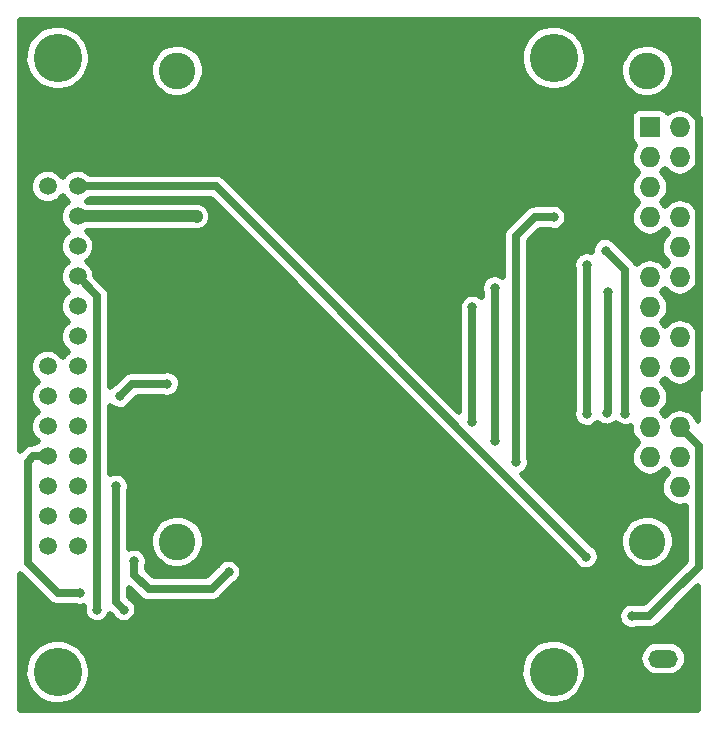
<source format=gbl>
G04 #@! TF.FileFunction,Copper,L2,Bot,Signal*
%FSLAX46Y46*%
G04 Gerber Fmt 4.6, Leading zero omitted, Abs format (unit mm)*
G04 Created by KiCad (PCBNEW 4.0.0-rc1-stable) date 21.10.2016 11:20:38*
%MOMM*%
G01*
G04 APERTURE LIST*
%ADD10C,0.100000*%
%ADD11C,3.100000*%
%ADD12R,1.727200X1.727200*%
%ADD13O,1.727200X1.727200*%
%ADD14C,1.506220*%
%ADD15C,4.100000*%
%ADD16O,2.500000X1.500000*%
%ADD17C,0.800000*%
%ADD18C,1.000000*%
%ADD19C,0.700000*%
%ADD20C,0.500000*%
G04 APERTURE END LIST*
D10*
D11*
X14150000Y-44955000D03*
X53940000Y-44955000D03*
X53940000Y-5075000D03*
D12*
X54160000Y-9875000D03*
D13*
X56700000Y-9875000D03*
X54160000Y-12415000D03*
X56700000Y-12415000D03*
X54160000Y-14955000D03*
X56700000Y-14955000D03*
X54160000Y-17495000D03*
X56700000Y-17495000D03*
X54160000Y-20035000D03*
X56700000Y-20035000D03*
X54160000Y-22575000D03*
X56700000Y-22575000D03*
X54160000Y-25115000D03*
X56700000Y-25115000D03*
X54160000Y-27655000D03*
X56700000Y-27655000D03*
X54160000Y-30195000D03*
X56700000Y-30195000D03*
X54160000Y-32735000D03*
X56700000Y-32735000D03*
X54160000Y-35275000D03*
X56700000Y-35275000D03*
X54160000Y-37815000D03*
X56700000Y-37815000D03*
X54160000Y-40355000D03*
X56700000Y-40355000D03*
D11*
X14150000Y-5075000D03*
D14*
X3150000Y-37730000D03*
X5690000Y-37730000D03*
X3150000Y-40270000D03*
X5690000Y-40270000D03*
X3150000Y-42810000D03*
X5690000Y-42810000D03*
X3150000Y-45350000D03*
X5690000Y-45350000D03*
X3150000Y-27580000D03*
X5690000Y-27580000D03*
X3150000Y-30120000D03*
X5690000Y-30120000D03*
X3150000Y-32660000D03*
X5690000Y-32660000D03*
X3150000Y-35200000D03*
X5690000Y-35200000D03*
D15*
X45990000Y-55980000D03*
X4000000Y-55990000D03*
X46000000Y-3990000D03*
D14*
X5690000Y-25040000D03*
X3150000Y-25040000D03*
X5690000Y-22500000D03*
X3150000Y-22500000D03*
X5690000Y-19960000D03*
X3150000Y-19960000D03*
X5690000Y-17420000D03*
X3150000Y-17420000D03*
X5690000Y-14880000D03*
X3150000Y-14880000D03*
D15*
X4000000Y-3990000D03*
D16*
X55275000Y-57390000D03*
X55275000Y-54850000D03*
D17*
X15775000Y-17425000D03*
X14125000Y-13225000D03*
X35175000Y-19400000D03*
X29525000Y-19400000D03*
X33050000Y-22800000D03*
X17750000Y-23525000D03*
X21050000Y-43250000D03*
X33900000Y-43250000D03*
X27325000Y-43250000D03*
X14775000Y-26375000D03*
X19975000Y-25425000D03*
X46000000Y-17500000D03*
X42825000Y-38225000D03*
X48825000Y-21525000D03*
X18475000Y-47550000D03*
X10475000Y-46625000D03*
X48825000Y-34175000D03*
X50400000Y-20300000D03*
X5925000Y-49300000D03*
X52075000Y-34100000D03*
X41000000Y-23450000D03*
X41000000Y-36400000D03*
X50625000Y-23850000D03*
X50475000Y-34050000D03*
X39125000Y-25125000D03*
X39125000Y-34825000D03*
X13300000Y-31600000D03*
X9265000Y-32660000D03*
X8950000Y-40275000D03*
X52600000Y-51275000D03*
X9600000Y-50700000D03*
X48750000Y-46225000D03*
X7350000Y-50700000D03*
D18*
X5690000Y-17420000D02*
X15770000Y-17420000D01*
X15770000Y-17420000D02*
X15775000Y-17425000D01*
D19*
X10800000Y-9675000D02*
X14125000Y-13000000D01*
X14125000Y-13000000D02*
X14125000Y-13225000D01*
X35175000Y-19400000D02*
X33050000Y-21525000D01*
X30650000Y-9675000D02*
X29525000Y-10800000D01*
X29525000Y-10800000D02*
X29525000Y-19400000D01*
X33050000Y-21525000D02*
X33050000Y-22800000D01*
X17625000Y-23525000D02*
X17750000Y-23525000D01*
X21050000Y-43250000D02*
X21050000Y-32650000D01*
X27325000Y-43250000D02*
X33900000Y-43250000D01*
X41050000Y-50400000D02*
X33900000Y-43250000D01*
X50775000Y-50400000D02*
X41050000Y-50400000D01*
X21050000Y-43250000D02*
X27325000Y-43250000D01*
X21050000Y-32650000D02*
X14775000Y-26375000D01*
X14775000Y-26375000D02*
X17625000Y-23525000D01*
D18*
X55275000Y-57390000D02*
X51590000Y-57390000D01*
X51590000Y-57390000D02*
X50775000Y-56575000D01*
X50775000Y-56575000D02*
X50775000Y-50400000D01*
X50775000Y-50400000D02*
X50775000Y-40355000D01*
D19*
X56700000Y-32735000D02*
X57565000Y-32735000D01*
X57565000Y-32735000D02*
X58300000Y-32000000D01*
X58300000Y-32000000D02*
X58300000Y-24450000D01*
X56700000Y-25115000D02*
X57635000Y-25115000D01*
X57635000Y-25115000D02*
X58300000Y-24450000D01*
X58300000Y-24450000D02*
X58300000Y-14200000D01*
D18*
X50075000Y-17975000D02*
X50025000Y-17975000D01*
X50025000Y-17975000D02*
X46750000Y-21250000D01*
X46750000Y-21250000D02*
X46750000Y-39075000D01*
X46750000Y-39075000D02*
X48030000Y-40355000D01*
X48030000Y-40355000D02*
X50775000Y-40355000D01*
X50775000Y-40355000D02*
X54160000Y-40355000D01*
X3150000Y-17420000D02*
X2145000Y-17420000D01*
X2145000Y-17420000D02*
X1325000Y-16600000D01*
X1325000Y-16600000D02*
X1325000Y-13975000D01*
X1325000Y-13975000D02*
X5625000Y-9675000D01*
X5625000Y-9675000D02*
X10800000Y-9675000D01*
X10800000Y-9675000D02*
X30650000Y-9675000D01*
X30650000Y-9675000D02*
X50075000Y-9675000D01*
X3150000Y-25040000D02*
X3150000Y-27580000D01*
X3150000Y-22500000D02*
X3150000Y-25040000D01*
X3150000Y-19960000D02*
X3150000Y-22500000D01*
X3150000Y-17420000D02*
X3150000Y-19960000D01*
D19*
X56700000Y-14955000D02*
X57545000Y-14955000D01*
X57545000Y-14955000D02*
X58300000Y-14200000D01*
X58300000Y-14200000D02*
X58300000Y-9175000D01*
X58300000Y-9175000D02*
X57300000Y-8175000D01*
X57300000Y-8175000D02*
X51575000Y-8175000D01*
X51575000Y-8175000D02*
X50075000Y-9675000D01*
X50075000Y-9675000D02*
X50075000Y-17975000D01*
X50075000Y-17975000D02*
X52135000Y-20035000D01*
X52135000Y-20035000D02*
X54160000Y-20035000D01*
X42825000Y-38225000D02*
X42825000Y-19075000D01*
X44400000Y-17500000D02*
X46000000Y-17500000D01*
X42825000Y-19075000D02*
X44400000Y-17500000D01*
X15700000Y-48975000D02*
X17050000Y-48975000D01*
X17050000Y-48975000D02*
X18475000Y-47550000D01*
X10475000Y-46625000D02*
X10475000Y-47750000D01*
X11700000Y-48975000D02*
X15700000Y-48975000D01*
X10475000Y-47750000D02*
X11700000Y-48975000D01*
X48825000Y-21525000D02*
X48825000Y-34175000D01*
X52075000Y-21975000D02*
X50400000Y-20300000D01*
X4000000Y-49300000D02*
X5925000Y-49300000D01*
X1920000Y-37730000D02*
X3150000Y-37730000D01*
X1920000Y-37730000D02*
X1475000Y-38175000D01*
X1475000Y-38175000D02*
X1475000Y-46775000D01*
X1475000Y-46775000D02*
X4000000Y-49300000D01*
X52075000Y-34100000D02*
X52075000Y-21975000D01*
X41000000Y-23450000D02*
X41000000Y-36400000D01*
X50625000Y-33900000D02*
X50625000Y-23850000D01*
X50475000Y-34050000D02*
X50625000Y-33900000D01*
X39125000Y-25125000D02*
X39125000Y-34825000D01*
X10325000Y-31600000D02*
X13300000Y-31600000D01*
X9265000Y-32660000D02*
X10325000Y-31600000D01*
X9265000Y-32660000D02*
X9275000Y-32650000D01*
X8950000Y-50050000D02*
X8950000Y-40275000D01*
X54100000Y-51275000D02*
X52600000Y-51275000D01*
X55975000Y-49400000D02*
X54100000Y-51275000D01*
X56700000Y-35275000D02*
X58300000Y-36875000D01*
X58300000Y-36875000D02*
X58300000Y-47075000D01*
X58300000Y-47075000D02*
X55975000Y-49400000D01*
X9600000Y-50700000D02*
X8950000Y-50050000D01*
X48750000Y-46225000D02*
X17405000Y-14880000D01*
X17405000Y-14880000D02*
X16005000Y-14880000D01*
X5690000Y-14880000D02*
X16005000Y-14880000D01*
X7350000Y-46950000D02*
X7350000Y-50700000D01*
X5690000Y-22500000D02*
X7350000Y-24160000D01*
X7350000Y-24160000D02*
X7350000Y-46950000D01*
D20*
G36*
X58225000Y-9362105D02*
X58191847Y-9252297D01*
X58044002Y-8974239D01*
X57844963Y-8730194D01*
X57602314Y-8529457D01*
X57325295Y-8379674D01*
X57024459Y-8286549D01*
X56711265Y-8253631D01*
X56397642Y-8282173D01*
X56095535Y-8371088D01*
X55816452Y-8516989D01*
X55669318Y-8635288D01*
X55588285Y-8512315D01*
X55426887Y-8374757D01*
X55233556Y-8287609D01*
X55023600Y-8257772D01*
X53296400Y-8257772D01*
X53176965Y-8267296D01*
X52974392Y-8330030D01*
X52797315Y-8446715D01*
X52659757Y-8608113D01*
X52572609Y-8801444D01*
X52542772Y-9011400D01*
X52542772Y-10738600D01*
X52552296Y-10858035D01*
X52615030Y-11060608D01*
X52731715Y-11237685D01*
X52893113Y-11375243D01*
X52919554Y-11387162D01*
X52828597Y-11495561D01*
X52676883Y-11771527D01*
X52581661Y-12071706D01*
X52546557Y-12384663D01*
X52546400Y-12407192D01*
X52546400Y-12422808D01*
X52577131Y-12736225D01*
X52668153Y-13037703D01*
X52815998Y-13315761D01*
X53015037Y-13559806D01*
X53166675Y-13685252D01*
X53031023Y-13794319D01*
X52828597Y-14035561D01*
X52676883Y-14311527D01*
X52581661Y-14611706D01*
X52546557Y-14924663D01*
X52546400Y-14947192D01*
X52546400Y-14962808D01*
X52577131Y-15276225D01*
X52668153Y-15577703D01*
X52815998Y-15855761D01*
X53015037Y-16099806D01*
X53166675Y-16225252D01*
X53031023Y-16334319D01*
X52828597Y-16575561D01*
X52676883Y-16851527D01*
X52581661Y-17151706D01*
X52546557Y-17464663D01*
X52546400Y-17487192D01*
X52546400Y-17502808D01*
X52577131Y-17816225D01*
X52668153Y-18117703D01*
X52815998Y-18395761D01*
X53015037Y-18639806D01*
X53257686Y-18840543D01*
X53534705Y-18990326D01*
X53835541Y-19083451D01*
X54148735Y-19116369D01*
X54462358Y-19087827D01*
X54764465Y-18998912D01*
X55043548Y-18853011D01*
X55288977Y-18655681D01*
X55430463Y-18487064D01*
X55555037Y-18639806D01*
X55706675Y-18765252D01*
X55571023Y-18874319D01*
X55368597Y-19115561D01*
X55216883Y-19391527D01*
X55121661Y-19691706D01*
X55086557Y-20004663D01*
X55086400Y-20027192D01*
X55086400Y-20042808D01*
X55117131Y-20356225D01*
X55208153Y-20657703D01*
X55355998Y-20935761D01*
X55555037Y-21179806D01*
X55706675Y-21305252D01*
X55571023Y-21414319D01*
X55429537Y-21582936D01*
X55304963Y-21430194D01*
X55062314Y-21229457D01*
X54785295Y-21079674D01*
X54484459Y-20986549D01*
X54171265Y-20953631D01*
X53857642Y-20982173D01*
X53555535Y-21071088D01*
X53276452Y-21216989D01*
X53031023Y-21414319D01*
X53022635Y-21424315D01*
X52997538Y-21375898D01*
X52993929Y-21371377D01*
X52991213Y-21366269D01*
X52926993Y-21287528D01*
X52863602Y-21208118D01*
X52855664Y-21200069D01*
X52855528Y-21199902D01*
X52855373Y-21199774D01*
X52852818Y-21197183D01*
X51425331Y-19769697D01*
X51420302Y-19757496D01*
X51295498Y-19569650D01*
X51136584Y-19409623D01*
X50949614Y-19283510D01*
X50741710Y-19196115D01*
X50520789Y-19150766D01*
X50295268Y-19149192D01*
X50073736Y-19191451D01*
X49864632Y-19275935D01*
X49675919Y-19399425D01*
X49514787Y-19557218D01*
X49387372Y-19743303D01*
X49298527Y-19950592D01*
X49251638Y-20171191D01*
X49248489Y-20396695D01*
X49260182Y-20460407D01*
X49166710Y-20421115D01*
X48945789Y-20375766D01*
X48720268Y-20374192D01*
X48498736Y-20416451D01*
X48289632Y-20500935D01*
X48100919Y-20624425D01*
X47939787Y-20782218D01*
X47812372Y-20968303D01*
X47723527Y-21175592D01*
X47676638Y-21396191D01*
X47673489Y-21621695D01*
X47714201Y-21843517D01*
X47725000Y-21870792D01*
X47725000Y-33822155D01*
X47723527Y-33825592D01*
X47676638Y-34046191D01*
X47673489Y-34271695D01*
X47714201Y-34493517D01*
X47797222Y-34703206D01*
X47919392Y-34892776D01*
X48076056Y-35055006D01*
X48261247Y-35183717D01*
X48467911Y-35274007D01*
X48688177Y-35322435D01*
X48913654Y-35327158D01*
X49135754Y-35287996D01*
X49346018Y-35206440D01*
X49536436Y-35085597D01*
X49699756Y-34930069D01*
X49710884Y-34914295D01*
X49726056Y-34930006D01*
X49911247Y-35058717D01*
X50117911Y-35149007D01*
X50338177Y-35197435D01*
X50563654Y-35202158D01*
X50785754Y-35162996D01*
X50996018Y-35081440D01*
X51186436Y-34960597D01*
X51249405Y-34900632D01*
X51326056Y-34980006D01*
X51511247Y-35108717D01*
X51717911Y-35199007D01*
X51938177Y-35247435D01*
X52163654Y-35252158D01*
X52385754Y-35212996D01*
X52557585Y-35146347D01*
X52546557Y-35244663D01*
X52546400Y-35267192D01*
X52546400Y-35282808D01*
X52577131Y-35596225D01*
X52668153Y-35897703D01*
X52815998Y-36175761D01*
X53015037Y-36419806D01*
X53166675Y-36545252D01*
X53031023Y-36654319D01*
X52828597Y-36895561D01*
X52676883Y-37171527D01*
X52581661Y-37471706D01*
X52546557Y-37784663D01*
X52546400Y-37807192D01*
X52546400Y-37822808D01*
X52577131Y-38136225D01*
X52668153Y-38437703D01*
X52815998Y-38715761D01*
X53015037Y-38959806D01*
X53257686Y-39160543D01*
X53534705Y-39310326D01*
X53835541Y-39403451D01*
X54148735Y-39436369D01*
X54462358Y-39407827D01*
X54764465Y-39318912D01*
X55043548Y-39173011D01*
X55288977Y-38975681D01*
X55430463Y-38807064D01*
X55555037Y-38959806D01*
X55706675Y-39085252D01*
X55571023Y-39194319D01*
X55368597Y-39435561D01*
X55216883Y-39711527D01*
X55121661Y-40011706D01*
X55086557Y-40324663D01*
X55086400Y-40347192D01*
X55086400Y-40362808D01*
X55117131Y-40676225D01*
X55208153Y-40977703D01*
X55355998Y-41255761D01*
X55555037Y-41499806D01*
X55797686Y-41700543D01*
X56074705Y-41850326D01*
X56375541Y-41943451D01*
X56688735Y-41976369D01*
X57002358Y-41947827D01*
X57200000Y-41889658D01*
X57200000Y-46619365D01*
X55197254Y-48622112D01*
X55197182Y-48622183D01*
X53644366Y-50175000D01*
X52950952Y-50175000D01*
X52941710Y-50171115D01*
X52720789Y-50125766D01*
X52495268Y-50124192D01*
X52273736Y-50166451D01*
X52064632Y-50250935D01*
X51875919Y-50374425D01*
X51714787Y-50532218D01*
X51587372Y-50718303D01*
X51498527Y-50925592D01*
X51451638Y-51146191D01*
X51448489Y-51371695D01*
X51489201Y-51593517D01*
X51572222Y-51803206D01*
X51694392Y-51992776D01*
X51851056Y-52155006D01*
X52036247Y-52283717D01*
X52242911Y-52374007D01*
X52463177Y-52422435D01*
X52688654Y-52427158D01*
X52910754Y-52387996D01*
X52944260Y-52375000D01*
X54100000Y-52375000D01*
X54201122Y-52365085D01*
X54302346Y-52356229D01*
X54307899Y-52354616D01*
X54313658Y-52354051D01*
X54410973Y-52324670D01*
X54508505Y-52296334D01*
X54513638Y-52293673D01*
X54519177Y-52292001D01*
X54608922Y-52244283D01*
X54699103Y-52197537D01*
X54703622Y-52193929D01*
X54708731Y-52191213D01*
X54787478Y-52126989D01*
X54866882Y-52063602D01*
X54874926Y-52055668D01*
X54875098Y-52055528D01*
X54875230Y-52055369D01*
X54877817Y-52052817D01*
X56752817Y-50177818D01*
X56752822Y-50177812D01*
X58225000Y-48705635D01*
X58225000Y-59175000D01*
X825000Y-59175000D01*
X825000Y-56225432D01*
X1196320Y-56225432D01*
X1295444Y-56765519D01*
X1497584Y-57276067D01*
X1795041Y-57737629D01*
X2176484Y-58132625D01*
X2627383Y-58446008D01*
X3130566Y-58665843D01*
X3666865Y-58783756D01*
X4215853Y-58795256D01*
X4756619Y-58699904D01*
X5268566Y-58501333D01*
X5732193Y-58207106D01*
X6129842Y-57828430D01*
X6446366Y-57379729D01*
X6669708Y-56878094D01*
X6791362Y-56342631D01*
X6793138Y-56215432D01*
X43186320Y-56215432D01*
X43285444Y-56755519D01*
X43487584Y-57266067D01*
X43785041Y-57727629D01*
X44166484Y-58122625D01*
X44617383Y-58436008D01*
X45120566Y-58655843D01*
X45656865Y-58773756D01*
X46205853Y-58785256D01*
X46746619Y-58689904D01*
X47258566Y-58491333D01*
X47722193Y-58197106D01*
X48119842Y-57818430D01*
X48436366Y-57369729D01*
X48659708Y-56868094D01*
X48781362Y-56332631D01*
X48790120Y-55705446D01*
X48683464Y-55166795D01*
X48548575Y-54839528D01*
X53265360Y-54839528D01*
X53291892Y-55131072D01*
X53374547Y-55411910D01*
X53510177Y-55671345D01*
X53693614Y-55899495D01*
X53917872Y-56087670D01*
X54174410Y-56228703D01*
X54453455Y-56317221D01*
X54744380Y-56349854D01*
X54765323Y-56350000D01*
X55784677Y-56350000D01*
X56076029Y-56321433D01*
X56356283Y-56236819D01*
X56614764Y-56099382D01*
X56841628Y-55914356D01*
X57028233Y-55688789D01*
X57167472Y-55431273D01*
X57254040Y-55151617D01*
X57284640Y-54860472D01*
X57258108Y-54568928D01*
X57175453Y-54288090D01*
X57039823Y-54028655D01*
X56856386Y-53800505D01*
X56632128Y-53612330D01*
X56375590Y-53471297D01*
X56096545Y-53382779D01*
X55805620Y-53350146D01*
X55784677Y-53350000D01*
X54765323Y-53350000D01*
X54473971Y-53378567D01*
X54193717Y-53463181D01*
X53935236Y-53600618D01*
X53708372Y-53785644D01*
X53521767Y-54011211D01*
X53382528Y-54268727D01*
X53295960Y-54548383D01*
X53265360Y-54839528D01*
X48548575Y-54839528D01*
X48474215Y-54659119D01*
X48170344Y-54201755D01*
X47783423Y-53812124D01*
X47328192Y-53505067D01*
X46821989Y-53292278D01*
X46284096Y-53181865D01*
X45735001Y-53178031D01*
X45195619Y-53280924D01*
X44686494Y-53486624D01*
X44227020Y-53787295D01*
X43834697Y-54171486D01*
X43524469Y-54624563D01*
X43308152Y-55129268D01*
X43193986Y-55666377D01*
X43186320Y-56215432D01*
X6793138Y-56215432D01*
X6800120Y-55715446D01*
X6693464Y-55176795D01*
X6484215Y-54669119D01*
X6180344Y-54211755D01*
X5793423Y-53822124D01*
X5338192Y-53515067D01*
X4831989Y-53302278D01*
X4294096Y-53191865D01*
X3745001Y-53188031D01*
X3205619Y-53290924D01*
X2696494Y-53496624D01*
X2237020Y-53797295D01*
X1844697Y-54181486D01*
X1534469Y-54634563D01*
X1318152Y-55139268D01*
X1203986Y-55676377D01*
X1196320Y-56225432D01*
X825000Y-56225432D01*
X825000Y-47680634D01*
X3222182Y-50077817D01*
X3300675Y-50142292D01*
X3378536Y-50207625D01*
X3383606Y-50210413D01*
X3388075Y-50214083D01*
X3477622Y-50262098D01*
X3566664Y-50311049D01*
X3572176Y-50312798D01*
X3577274Y-50315531D01*
X3674447Y-50345240D01*
X3771297Y-50375962D01*
X3777045Y-50376607D01*
X3782577Y-50378298D01*
X3883690Y-50388569D01*
X3984642Y-50399893D01*
X3995941Y-50399972D01*
X3996160Y-50399994D01*
X3996364Y-50399975D01*
X4000000Y-50400000D01*
X5572427Y-50400000D01*
X5788177Y-50447435D01*
X6013654Y-50452158D01*
X6235244Y-50413086D01*
X6201638Y-50571191D01*
X6198489Y-50796695D01*
X6239201Y-51018517D01*
X6322222Y-51228206D01*
X6444392Y-51417776D01*
X6601056Y-51580006D01*
X6786247Y-51708717D01*
X6992911Y-51799007D01*
X7213177Y-51847435D01*
X7438654Y-51852158D01*
X7660754Y-51812996D01*
X7871018Y-51731440D01*
X8061436Y-51610597D01*
X8224756Y-51455069D01*
X8354757Y-51270781D01*
X8434975Y-51090609D01*
X8571993Y-51227628D01*
X8572222Y-51228206D01*
X8694392Y-51417776D01*
X8851056Y-51580006D01*
X9036247Y-51708717D01*
X9242911Y-51799007D01*
X9463177Y-51847435D01*
X9688654Y-51852158D01*
X9910754Y-51812996D01*
X10121018Y-51731440D01*
X10311436Y-51610597D01*
X10474756Y-51455069D01*
X10604757Y-51270781D01*
X10696487Y-51064753D01*
X10746452Y-50844831D01*
X10750049Y-50587237D01*
X10706244Y-50366005D01*
X10620302Y-50157496D01*
X10495498Y-49969650D01*
X10336584Y-49809623D01*
X10149614Y-49683510D01*
X10131552Y-49675917D01*
X10050000Y-49594366D01*
X10050000Y-48880634D01*
X10922183Y-49752818D01*
X11000707Y-49817319D01*
X11078536Y-49882625D01*
X11083603Y-49885411D01*
X11088075Y-49889084D01*
X11177642Y-49937109D01*
X11266664Y-49986049D01*
X11272178Y-49987798D01*
X11277275Y-49990531D01*
X11374462Y-50020244D01*
X11471297Y-50050962D01*
X11477042Y-50051606D01*
X11482578Y-50053299D01*
X11583730Y-50063574D01*
X11684642Y-50074893D01*
X11695942Y-50074972D01*
X11696161Y-50074994D01*
X11696365Y-50074975D01*
X11700000Y-50075000D01*
X17050000Y-50075000D01*
X17151122Y-50065085D01*
X17252346Y-50056229D01*
X17257899Y-50054616D01*
X17263658Y-50054051D01*
X17360973Y-50024670D01*
X17458505Y-49996334D01*
X17463638Y-49993673D01*
X17469177Y-49992001D01*
X17558922Y-49944283D01*
X17649103Y-49897537D01*
X17653622Y-49893929D01*
X17658731Y-49891213D01*
X17737478Y-49826989D01*
X17816882Y-49763602D01*
X17824926Y-49755668D01*
X17825098Y-49755528D01*
X17825230Y-49755369D01*
X17827817Y-49752817D01*
X19004713Y-48575922D01*
X19186436Y-48460597D01*
X19349756Y-48305069D01*
X19479757Y-48120781D01*
X19571487Y-47914753D01*
X19621452Y-47694831D01*
X19625049Y-47437237D01*
X19581244Y-47216005D01*
X19495302Y-47007496D01*
X19370498Y-46819650D01*
X19211584Y-46659623D01*
X19024614Y-46533510D01*
X18816710Y-46446115D01*
X18595789Y-46400766D01*
X18370268Y-46399192D01*
X18148736Y-46441451D01*
X17939632Y-46525935D01*
X17750919Y-46649425D01*
X17589787Y-46807218D01*
X17462372Y-46993303D01*
X17452103Y-47017262D01*
X16594366Y-47875000D01*
X12155635Y-47875000D01*
X11575000Y-47294366D01*
X11575000Y-46974290D01*
X11621452Y-46769831D01*
X11625049Y-46512237D01*
X11581244Y-46291005D01*
X11495302Y-46082496D01*
X11370498Y-45894650D01*
X11211584Y-45734623D01*
X11024614Y-45608510D01*
X10816710Y-45521115D01*
X10595789Y-45475766D01*
X10370268Y-45474192D01*
X10148736Y-45516451D01*
X10050000Y-45556343D01*
X10050000Y-45148390D01*
X11846976Y-45148390D01*
X11928400Y-45592033D01*
X12094444Y-46011412D01*
X12338783Y-46390553D01*
X12652111Y-46715013D01*
X13022493Y-46972436D01*
X13435822Y-47153014D01*
X13876353Y-47249871D01*
X14327308Y-47259318D01*
X14771508Y-47180993D01*
X15192036Y-47017881D01*
X15572873Y-46776195D01*
X15899513Y-46465139D01*
X16159515Y-46096563D01*
X16342975Y-45684506D01*
X16442905Y-45244661D01*
X16450099Y-44729473D01*
X16362489Y-44287010D01*
X16190606Y-43869991D01*
X15940997Y-43494299D01*
X15623169Y-43174244D01*
X15249229Y-42922019D01*
X14833419Y-42747228D01*
X14391579Y-42656532D01*
X13940536Y-42653383D01*
X13497472Y-42737902D01*
X13079263Y-42906869D01*
X12701838Y-43153849D01*
X12379572Y-43469435D01*
X12124742Y-43841605D01*
X11947053Y-44256184D01*
X11853274Y-44697381D01*
X11846976Y-45148390D01*
X10050000Y-45148390D01*
X10050000Y-40624290D01*
X10096452Y-40419831D01*
X10100049Y-40162237D01*
X10056244Y-39941005D01*
X9970302Y-39732496D01*
X9845498Y-39544650D01*
X9686584Y-39384623D01*
X9499614Y-39258510D01*
X9291710Y-39171115D01*
X9070789Y-39125766D01*
X8845268Y-39124192D01*
X8623736Y-39166451D01*
X8450000Y-39236645D01*
X8450000Y-33471603D01*
X8516056Y-33540006D01*
X8701247Y-33668717D01*
X8907911Y-33759007D01*
X9128177Y-33807435D01*
X9353654Y-33812158D01*
X9575754Y-33772996D01*
X9786018Y-33691440D01*
X9976436Y-33570597D01*
X10139756Y-33415069D01*
X10269757Y-33230781D01*
X10285731Y-33194903D01*
X10780635Y-32700000D01*
X12947427Y-32700000D01*
X13163177Y-32747435D01*
X13388654Y-32752158D01*
X13610754Y-32712996D01*
X13821018Y-32631440D01*
X14011436Y-32510597D01*
X14174756Y-32355069D01*
X14304757Y-32170781D01*
X14396487Y-31964753D01*
X14446452Y-31744831D01*
X14450049Y-31487237D01*
X14406244Y-31266005D01*
X14320302Y-31057496D01*
X14195498Y-30869650D01*
X14036584Y-30709623D01*
X13849614Y-30583510D01*
X13641710Y-30496115D01*
X13420789Y-30450766D01*
X13195268Y-30449192D01*
X12973736Y-30491451D01*
X12952577Y-30500000D01*
X10325000Y-30500000D01*
X10223882Y-30509915D01*
X10122653Y-30518771D01*
X10117099Y-30520384D01*
X10111342Y-30520949D01*
X10014039Y-30550327D01*
X9916495Y-30578666D01*
X9911362Y-30581327D01*
X9905823Y-30582999D01*
X9816078Y-30630717D01*
X9725897Y-30677463D01*
X9721378Y-30681071D01*
X9716269Y-30683787D01*
X9637492Y-30748036D01*
X9558118Y-30811399D01*
X9550071Y-30819334D01*
X9549902Y-30819472D01*
X9549773Y-30819628D01*
X9547182Y-30822183D01*
X8736006Y-31633360D01*
X8729632Y-31635935D01*
X8540919Y-31759425D01*
X8450000Y-31848460D01*
X8450000Y-24160000D01*
X8440090Y-24058928D01*
X8431230Y-23957654D01*
X8429615Y-23952096D01*
X8429051Y-23946342D01*
X8399692Y-23849101D01*
X8371335Y-23751496D01*
X8368673Y-23746360D01*
X8367001Y-23740823D01*
X8319302Y-23651114D01*
X8272538Y-23560898D01*
X8268929Y-23556377D01*
X8266213Y-23551269D01*
X8201993Y-23472528D01*
X8138602Y-23393118D01*
X8130664Y-23385069D01*
X8130528Y-23384902D01*
X8130373Y-23384774D01*
X8127818Y-23382183D01*
X7191868Y-22446233D01*
X7193175Y-22352612D01*
X7135919Y-22063451D01*
X7023589Y-21790918D01*
X6860463Y-21545394D01*
X6652754Y-21336230D01*
X6494716Y-21229632D01*
X6619885Y-21150198D01*
X6833352Y-20946915D01*
X7003270Y-20706041D01*
X7123166Y-20436751D01*
X7188473Y-20149301D01*
X7193175Y-19812612D01*
X7135919Y-19523451D01*
X7023589Y-19250918D01*
X6860463Y-19005394D01*
X6652754Y-18796230D01*
X6494716Y-18689632D01*
X6525652Y-18670000D01*
X15721491Y-18670000D01*
X15770637Y-18674992D01*
X16013511Y-18652034D01*
X16247301Y-18582338D01*
X16463101Y-18468559D01*
X16652691Y-18315033D01*
X16808851Y-18127604D01*
X16925631Y-17913414D01*
X16998584Y-17680620D01*
X17024931Y-17438090D01*
X17003669Y-17195061D01*
X16935607Y-16960790D01*
X16823339Y-16744201D01*
X16671138Y-16553544D01*
X16658883Y-16541116D01*
X16653883Y-16536117D01*
X16564673Y-16462838D01*
X16476209Y-16388608D01*
X16470451Y-16385442D01*
X16465370Y-16381269D01*
X16363573Y-16326686D01*
X16262427Y-16271081D01*
X16256164Y-16269094D01*
X16250369Y-16265987D01*
X16139952Y-16232229D01*
X16029890Y-16197315D01*
X16023355Y-16196582D01*
X16017072Y-16194661D01*
X15902231Y-16182996D01*
X15787453Y-16170122D01*
X15774601Y-16170032D01*
X15774363Y-16170008D01*
X15774141Y-16170029D01*
X15770000Y-16170000D01*
X6524913Y-16170000D01*
X6494716Y-16149632D01*
X6619885Y-16070198D01*
X6714602Y-15980000D01*
X16949366Y-15980000D01*
X47721993Y-46752628D01*
X47722222Y-46753206D01*
X47844392Y-46942776D01*
X48001056Y-47105006D01*
X48186247Y-47233717D01*
X48392911Y-47324007D01*
X48613177Y-47372435D01*
X48838654Y-47377158D01*
X49060754Y-47337996D01*
X49271018Y-47256440D01*
X49461436Y-47135597D01*
X49624756Y-46980069D01*
X49754757Y-46795781D01*
X49846487Y-46589753D01*
X49896452Y-46369831D01*
X49900049Y-46112237D01*
X49856244Y-45891005D01*
X49770302Y-45682496D01*
X49645498Y-45494650D01*
X49486584Y-45334623D01*
X49299614Y-45208510D01*
X49281553Y-45200918D01*
X49229025Y-45148390D01*
X51636976Y-45148390D01*
X51718400Y-45592033D01*
X51884444Y-46011412D01*
X52128783Y-46390553D01*
X52442111Y-46715013D01*
X52812493Y-46972436D01*
X53225822Y-47153014D01*
X53666353Y-47249871D01*
X54117308Y-47259318D01*
X54561508Y-47180993D01*
X54982036Y-47017881D01*
X55362873Y-46776195D01*
X55689513Y-46465139D01*
X55949515Y-46096563D01*
X56132975Y-45684506D01*
X56232905Y-45244661D01*
X56240099Y-44729473D01*
X56152489Y-44287010D01*
X55980606Y-43869991D01*
X55730997Y-43494299D01*
X55413169Y-43174244D01*
X55039229Y-42922019D01*
X54623419Y-42747228D01*
X54181579Y-42656532D01*
X53730536Y-42653383D01*
X53287472Y-42737902D01*
X52869263Y-42906869D01*
X52491838Y-43153849D01*
X52169572Y-43469435D01*
X51914742Y-43841605D01*
X51737053Y-44256184D01*
X51643274Y-44697381D01*
X51636976Y-45148390D01*
X49229025Y-45148390D01*
X43339574Y-39258939D01*
X43346018Y-39256440D01*
X43536436Y-39135597D01*
X43699756Y-38980069D01*
X43829757Y-38795781D01*
X43921487Y-38589753D01*
X43971452Y-38369831D01*
X43975049Y-38112237D01*
X43931244Y-37891005D01*
X43925000Y-37875856D01*
X43925000Y-19530634D01*
X44855635Y-18600000D01*
X45647427Y-18600000D01*
X45863177Y-18647435D01*
X46088654Y-18652158D01*
X46310754Y-18612996D01*
X46521018Y-18531440D01*
X46711436Y-18410597D01*
X46874756Y-18255069D01*
X47004757Y-18070781D01*
X47096487Y-17864753D01*
X47146452Y-17644831D01*
X47150049Y-17387237D01*
X47106244Y-17166005D01*
X47020302Y-16957496D01*
X46895498Y-16769650D01*
X46736584Y-16609623D01*
X46549614Y-16483510D01*
X46341710Y-16396115D01*
X46120789Y-16350766D01*
X45895268Y-16349192D01*
X45673736Y-16391451D01*
X45652577Y-16400000D01*
X44400000Y-16400000D01*
X44298882Y-16409915D01*
X44197653Y-16418771D01*
X44192099Y-16420384D01*
X44186342Y-16420949D01*
X44089041Y-16450326D01*
X43991495Y-16478666D01*
X43986362Y-16481327D01*
X43980823Y-16482999D01*
X43891078Y-16530717D01*
X43800897Y-16577463D01*
X43796378Y-16581071D01*
X43791269Y-16583787D01*
X43712492Y-16648036D01*
X43633118Y-16711399D01*
X43625071Y-16719334D01*
X43624902Y-16719472D01*
X43624773Y-16719628D01*
X43622182Y-16722183D01*
X42047183Y-18297183D01*
X41982728Y-18375651D01*
X41917375Y-18453536D01*
X41914587Y-18458607D01*
X41910917Y-18463075D01*
X41862912Y-18552603D01*
X41813951Y-18641664D01*
X41812202Y-18647179D01*
X41809469Y-18652275D01*
X41779765Y-18749433D01*
X41749038Y-18846297D01*
X41748393Y-18852045D01*
X41746702Y-18857577D01*
X41736431Y-18958690D01*
X41725107Y-19059642D01*
X41725028Y-19070941D01*
X41725006Y-19071160D01*
X41725025Y-19071364D01*
X41725000Y-19075000D01*
X41725000Y-22551809D01*
X41549614Y-22433510D01*
X41341710Y-22346115D01*
X41120789Y-22300766D01*
X40895268Y-22299192D01*
X40673736Y-22341451D01*
X40464632Y-22425935D01*
X40275919Y-22549425D01*
X40114787Y-22707218D01*
X39987372Y-22893303D01*
X39898527Y-23100592D01*
X39851638Y-23321191D01*
X39848489Y-23546695D01*
X39889201Y-23768517D01*
X39900000Y-23795792D01*
X39900000Y-24273308D01*
X39861584Y-24234623D01*
X39674614Y-24108510D01*
X39466710Y-24021115D01*
X39245789Y-23975766D01*
X39020268Y-23974192D01*
X38798736Y-24016451D01*
X38589632Y-24100935D01*
X38400919Y-24224425D01*
X38239787Y-24382218D01*
X38112372Y-24568303D01*
X38023527Y-24775592D01*
X37976638Y-24996191D01*
X37973489Y-25221695D01*
X38014201Y-25443517D01*
X38025000Y-25470792D01*
X38025000Y-33944365D01*
X18182817Y-14102183D01*
X18104349Y-14037728D01*
X18026464Y-13972375D01*
X18021393Y-13969587D01*
X18016925Y-13965917D01*
X17927397Y-13917912D01*
X17838336Y-13868951D01*
X17832821Y-13867202D01*
X17827725Y-13864469D01*
X17730567Y-13834765D01*
X17633703Y-13804038D01*
X17627955Y-13803393D01*
X17622423Y-13801702D01*
X17521310Y-13791431D01*
X17420358Y-13780107D01*
X17409059Y-13780028D01*
X17408840Y-13780006D01*
X17408636Y-13780025D01*
X17405000Y-13780000D01*
X6716080Y-13780000D01*
X6652754Y-13716230D01*
X6408375Y-13551394D01*
X6136632Y-13437164D01*
X5847878Y-13377891D01*
X5553110Y-13375833D01*
X5263556Y-13431068D01*
X4990246Y-13541493D01*
X4743588Y-13702901D01*
X4532979Y-13909145D01*
X4419642Y-14074670D01*
X4320463Y-13925394D01*
X4112754Y-13716230D01*
X3868375Y-13551394D01*
X3596632Y-13437164D01*
X3307878Y-13377891D01*
X3013110Y-13375833D01*
X2723556Y-13431068D01*
X2450246Y-13541493D01*
X2203588Y-13702901D01*
X1992979Y-13909145D01*
X1826441Y-14152367D01*
X1710317Y-14423306D01*
X1649030Y-14711639D01*
X1644914Y-15006386D01*
X1698127Y-15296318D01*
X1806641Y-15570393D01*
X1966323Y-15818171D01*
X2171091Y-16030215D01*
X2413145Y-16198447D01*
X2683266Y-16316460D01*
X2971165Y-16379758D01*
X3265875Y-16385932D01*
X3556172Y-16334744D01*
X3830998Y-16228146D01*
X4079885Y-16070198D01*
X4293352Y-15866915D01*
X4421063Y-15685873D01*
X4506323Y-15818171D01*
X4711091Y-16030215D01*
X4884466Y-16150714D01*
X4743588Y-16242901D01*
X4532979Y-16449145D01*
X4366441Y-16692367D01*
X4250317Y-16963306D01*
X4189030Y-17251639D01*
X4184914Y-17546386D01*
X4238127Y-17836318D01*
X4346641Y-18110393D01*
X4506323Y-18358171D01*
X4711091Y-18570215D01*
X4884466Y-18690714D01*
X4743588Y-18782901D01*
X4532979Y-18989145D01*
X4366441Y-19232367D01*
X4250317Y-19503306D01*
X4189030Y-19791639D01*
X4184914Y-20086386D01*
X4238127Y-20376318D01*
X4346641Y-20650393D01*
X4506323Y-20898171D01*
X4711091Y-21110215D01*
X4884466Y-21230714D01*
X4743588Y-21322901D01*
X4532979Y-21529145D01*
X4366441Y-21772367D01*
X4250317Y-22043306D01*
X4189030Y-22331639D01*
X4184914Y-22626386D01*
X4238127Y-22916318D01*
X4346641Y-23190393D01*
X4506323Y-23438171D01*
X4711091Y-23650215D01*
X4884466Y-23770714D01*
X4743588Y-23862901D01*
X4532979Y-24069145D01*
X4366441Y-24312367D01*
X4250317Y-24583306D01*
X4189030Y-24871639D01*
X4184914Y-25166386D01*
X4238127Y-25456318D01*
X4346641Y-25730393D01*
X4506323Y-25978171D01*
X4711091Y-26190215D01*
X4884466Y-26310714D01*
X4743588Y-26402901D01*
X4532979Y-26609145D01*
X4366441Y-26852367D01*
X4250317Y-27123306D01*
X4189030Y-27411639D01*
X4184914Y-27706386D01*
X4238127Y-27996318D01*
X4346641Y-28270393D01*
X4506323Y-28518171D01*
X4711091Y-28730215D01*
X4884466Y-28850714D01*
X4743588Y-28942901D01*
X4532979Y-29149145D01*
X4419642Y-29314670D01*
X4320463Y-29165394D01*
X4112754Y-28956230D01*
X3868375Y-28791394D01*
X3596632Y-28677164D01*
X3307878Y-28617891D01*
X3013110Y-28615833D01*
X2723556Y-28671068D01*
X2450246Y-28781493D01*
X2203588Y-28942901D01*
X1992979Y-29149145D01*
X1826441Y-29392367D01*
X1710317Y-29663306D01*
X1649030Y-29951639D01*
X1644914Y-30246386D01*
X1698127Y-30536318D01*
X1806641Y-30810393D01*
X1966323Y-31058171D01*
X2171091Y-31270215D01*
X2344466Y-31390714D01*
X2203588Y-31482901D01*
X1992979Y-31689145D01*
X1826441Y-31932367D01*
X1710317Y-32203306D01*
X1649030Y-32491639D01*
X1644914Y-32786386D01*
X1698127Y-33076318D01*
X1806641Y-33350393D01*
X1966323Y-33598171D01*
X2171091Y-33810215D01*
X2344466Y-33930714D01*
X2203588Y-34022901D01*
X1992979Y-34229145D01*
X1826441Y-34472367D01*
X1710317Y-34743306D01*
X1649030Y-35031639D01*
X1644914Y-35326386D01*
X1698127Y-35616318D01*
X1806641Y-35890393D01*
X1966323Y-36138171D01*
X2171091Y-36350215D01*
X2337055Y-36465563D01*
X2203588Y-36552901D01*
X2124857Y-36630000D01*
X1920000Y-36630000D01*
X1818878Y-36639915D01*
X1717654Y-36648771D01*
X1712101Y-36650384D01*
X1706342Y-36650949D01*
X1609027Y-36680330D01*
X1511495Y-36708666D01*
X1506362Y-36711327D01*
X1500823Y-36712999D01*
X1411078Y-36760717D01*
X1320897Y-36807463D01*
X1316378Y-36811071D01*
X1311269Y-36813787D01*
X1232522Y-36878011D01*
X1153118Y-36941398D01*
X1145074Y-36949332D01*
X1144902Y-36949472D01*
X1144770Y-36949631D01*
X1142183Y-36952183D01*
X825000Y-37269366D01*
X825000Y-4225432D01*
X1196320Y-4225432D01*
X1295444Y-4765519D01*
X1497584Y-5276067D01*
X1795041Y-5737629D01*
X2176484Y-6132625D01*
X2627383Y-6446008D01*
X3130566Y-6665843D01*
X3666865Y-6783756D01*
X4215853Y-6795256D01*
X4756619Y-6699904D01*
X5268566Y-6501333D01*
X5732193Y-6207106D01*
X6129842Y-5828430D01*
X6446366Y-5379729D01*
X6495937Y-5268390D01*
X11846976Y-5268390D01*
X11928400Y-5712033D01*
X12094444Y-6131412D01*
X12338783Y-6510553D01*
X12652111Y-6835013D01*
X13022493Y-7092436D01*
X13435822Y-7273014D01*
X13876353Y-7369871D01*
X14327308Y-7379318D01*
X14771508Y-7300993D01*
X15192036Y-7137881D01*
X15572873Y-6896195D01*
X15899513Y-6585139D01*
X16159515Y-6216563D01*
X16342975Y-5804506D01*
X16442905Y-5364661D01*
X16450099Y-4849473D01*
X16362489Y-4407010D01*
X16287648Y-4225432D01*
X43196320Y-4225432D01*
X43295444Y-4765519D01*
X43497584Y-5276067D01*
X43795041Y-5737629D01*
X44176484Y-6132625D01*
X44627383Y-6446008D01*
X45130566Y-6665843D01*
X45666865Y-6783756D01*
X46215853Y-6795256D01*
X46756619Y-6699904D01*
X47268566Y-6501333D01*
X47732193Y-6207106D01*
X48129842Y-5828430D01*
X48446366Y-5379729D01*
X48495937Y-5268390D01*
X51636976Y-5268390D01*
X51718400Y-5712033D01*
X51884444Y-6131412D01*
X52128783Y-6510553D01*
X52442111Y-6835013D01*
X52812493Y-7092436D01*
X53225822Y-7273014D01*
X53666353Y-7369871D01*
X54117308Y-7379318D01*
X54561508Y-7300993D01*
X54982036Y-7137881D01*
X55362873Y-6896195D01*
X55689513Y-6585139D01*
X55949515Y-6216563D01*
X56132975Y-5804506D01*
X56232905Y-5364661D01*
X56240099Y-4849473D01*
X56152489Y-4407010D01*
X55980606Y-3989991D01*
X55730997Y-3614299D01*
X55413169Y-3294244D01*
X55039229Y-3042019D01*
X54623419Y-2867228D01*
X54181579Y-2776532D01*
X53730536Y-2773383D01*
X53287472Y-2857902D01*
X52869263Y-3026869D01*
X52491838Y-3273849D01*
X52169572Y-3589435D01*
X51914742Y-3961605D01*
X51737053Y-4376184D01*
X51643274Y-4817381D01*
X51636976Y-5268390D01*
X48495937Y-5268390D01*
X48669708Y-4878094D01*
X48791362Y-4342631D01*
X48800120Y-3715446D01*
X48693464Y-3176795D01*
X48484215Y-2669119D01*
X48180344Y-2211755D01*
X47793423Y-1822124D01*
X47338192Y-1515067D01*
X46831989Y-1302278D01*
X46294096Y-1191865D01*
X45745001Y-1188031D01*
X45205619Y-1290924D01*
X44696494Y-1496624D01*
X44237020Y-1797295D01*
X43844697Y-2181486D01*
X43534469Y-2634563D01*
X43318152Y-3139268D01*
X43203986Y-3676377D01*
X43196320Y-4225432D01*
X16287648Y-4225432D01*
X16190606Y-3989991D01*
X15940997Y-3614299D01*
X15623169Y-3294244D01*
X15249229Y-3042019D01*
X14833419Y-2867228D01*
X14391579Y-2776532D01*
X13940536Y-2773383D01*
X13497472Y-2857902D01*
X13079263Y-3026869D01*
X12701838Y-3273849D01*
X12379572Y-3589435D01*
X12124742Y-3961605D01*
X11947053Y-4376184D01*
X11853274Y-4817381D01*
X11846976Y-5268390D01*
X6495937Y-5268390D01*
X6669708Y-4878094D01*
X6791362Y-4342631D01*
X6800120Y-3715446D01*
X6693464Y-3176795D01*
X6484215Y-2669119D01*
X6180344Y-2211755D01*
X5793423Y-1822124D01*
X5338192Y-1515067D01*
X4831989Y-1302278D01*
X4294096Y-1191865D01*
X3745001Y-1188031D01*
X3205619Y-1290924D01*
X2696494Y-1496624D01*
X2237020Y-1797295D01*
X1844697Y-2181486D01*
X1534469Y-2634563D01*
X1318152Y-3139268D01*
X1203986Y-3676377D01*
X1196320Y-4225432D01*
X825000Y-4225432D01*
X825000Y-825000D01*
X58225000Y-825000D01*
X58225000Y-9362105D01*
X58225000Y-9362105D01*
G37*
X58225000Y-9362105D02*
X58191847Y-9252297D01*
X58044002Y-8974239D01*
X57844963Y-8730194D01*
X57602314Y-8529457D01*
X57325295Y-8379674D01*
X57024459Y-8286549D01*
X56711265Y-8253631D01*
X56397642Y-8282173D01*
X56095535Y-8371088D01*
X55816452Y-8516989D01*
X55669318Y-8635288D01*
X55588285Y-8512315D01*
X55426887Y-8374757D01*
X55233556Y-8287609D01*
X55023600Y-8257772D01*
X53296400Y-8257772D01*
X53176965Y-8267296D01*
X52974392Y-8330030D01*
X52797315Y-8446715D01*
X52659757Y-8608113D01*
X52572609Y-8801444D01*
X52542772Y-9011400D01*
X52542772Y-10738600D01*
X52552296Y-10858035D01*
X52615030Y-11060608D01*
X52731715Y-11237685D01*
X52893113Y-11375243D01*
X52919554Y-11387162D01*
X52828597Y-11495561D01*
X52676883Y-11771527D01*
X52581661Y-12071706D01*
X52546557Y-12384663D01*
X52546400Y-12407192D01*
X52546400Y-12422808D01*
X52577131Y-12736225D01*
X52668153Y-13037703D01*
X52815998Y-13315761D01*
X53015037Y-13559806D01*
X53166675Y-13685252D01*
X53031023Y-13794319D01*
X52828597Y-14035561D01*
X52676883Y-14311527D01*
X52581661Y-14611706D01*
X52546557Y-14924663D01*
X52546400Y-14947192D01*
X52546400Y-14962808D01*
X52577131Y-15276225D01*
X52668153Y-15577703D01*
X52815998Y-15855761D01*
X53015037Y-16099806D01*
X53166675Y-16225252D01*
X53031023Y-16334319D01*
X52828597Y-16575561D01*
X52676883Y-16851527D01*
X52581661Y-17151706D01*
X52546557Y-17464663D01*
X52546400Y-17487192D01*
X52546400Y-17502808D01*
X52577131Y-17816225D01*
X52668153Y-18117703D01*
X52815998Y-18395761D01*
X53015037Y-18639806D01*
X53257686Y-18840543D01*
X53534705Y-18990326D01*
X53835541Y-19083451D01*
X54148735Y-19116369D01*
X54462358Y-19087827D01*
X54764465Y-18998912D01*
X55043548Y-18853011D01*
X55288977Y-18655681D01*
X55430463Y-18487064D01*
X55555037Y-18639806D01*
X55706675Y-18765252D01*
X55571023Y-18874319D01*
X55368597Y-19115561D01*
X55216883Y-19391527D01*
X55121661Y-19691706D01*
X55086557Y-20004663D01*
X55086400Y-20027192D01*
X55086400Y-20042808D01*
X55117131Y-20356225D01*
X55208153Y-20657703D01*
X55355998Y-20935761D01*
X55555037Y-21179806D01*
X55706675Y-21305252D01*
X55571023Y-21414319D01*
X55429537Y-21582936D01*
X55304963Y-21430194D01*
X55062314Y-21229457D01*
X54785295Y-21079674D01*
X54484459Y-20986549D01*
X54171265Y-20953631D01*
X53857642Y-20982173D01*
X53555535Y-21071088D01*
X53276452Y-21216989D01*
X53031023Y-21414319D01*
X53022635Y-21424315D01*
X52997538Y-21375898D01*
X52993929Y-21371377D01*
X52991213Y-21366269D01*
X52926993Y-21287528D01*
X52863602Y-21208118D01*
X52855664Y-21200069D01*
X52855528Y-21199902D01*
X52855373Y-21199774D01*
X52852818Y-21197183D01*
X51425331Y-19769697D01*
X51420302Y-19757496D01*
X51295498Y-19569650D01*
X51136584Y-19409623D01*
X50949614Y-19283510D01*
X50741710Y-19196115D01*
X50520789Y-19150766D01*
X50295268Y-19149192D01*
X50073736Y-19191451D01*
X49864632Y-19275935D01*
X49675919Y-19399425D01*
X49514787Y-19557218D01*
X49387372Y-19743303D01*
X49298527Y-19950592D01*
X49251638Y-20171191D01*
X49248489Y-20396695D01*
X49260182Y-20460407D01*
X49166710Y-20421115D01*
X48945789Y-20375766D01*
X48720268Y-20374192D01*
X48498736Y-20416451D01*
X48289632Y-20500935D01*
X48100919Y-20624425D01*
X47939787Y-20782218D01*
X47812372Y-20968303D01*
X47723527Y-21175592D01*
X47676638Y-21396191D01*
X47673489Y-21621695D01*
X47714201Y-21843517D01*
X47725000Y-21870792D01*
X47725000Y-33822155D01*
X47723527Y-33825592D01*
X47676638Y-34046191D01*
X47673489Y-34271695D01*
X47714201Y-34493517D01*
X47797222Y-34703206D01*
X47919392Y-34892776D01*
X48076056Y-35055006D01*
X48261247Y-35183717D01*
X48467911Y-35274007D01*
X48688177Y-35322435D01*
X48913654Y-35327158D01*
X49135754Y-35287996D01*
X49346018Y-35206440D01*
X49536436Y-35085597D01*
X49699756Y-34930069D01*
X49710884Y-34914295D01*
X49726056Y-34930006D01*
X49911247Y-35058717D01*
X50117911Y-35149007D01*
X50338177Y-35197435D01*
X50563654Y-35202158D01*
X50785754Y-35162996D01*
X50996018Y-35081440D01*
X51186436Y-34960597D01*
X51249405Y-34900632D01*
X51326056Y-34980006D01*
X51511247Y-35108717D01*
X51717911Y-35199007D01*
X51938177Y-35247435D01*
X52163654Y-35252158D01*
X52385754Y-35212996D01*
X52557585Y-35146347D01*
X52546557Y-35244663D01*
X52546400Y-35267192D01*
X52546400Y-35282808D01*
X52577131Y-35596225D01*
X52668153Y-35897703D01*
X52815998Y-36175761D01*
X53015037Y-36419806D01*
X53166675Y-36545252D01*
X53031023Y-36654319D01*
X52828597Y-36895561D01*
X52676883Y-37171527D01*
X52581661Y-37471706D01*
X52546557Y-37784663D01*
X52546400Y-37807192D01*
X52546400Y-37822808D01*
X52577131Y-38136225D01*
X52668153Y-38437703D01*
X52815998Y-38715761D01*
X53015037Y-38959806D01*
X53257686Y-39160543D01*
X53534705Y-39310326D01*
X53835541Y-39403451D01*
X54148735Y-39436369D01*
X54462358Y-39407827D01*
X54764465Y-39318912D01*
X55043548Y-39173011D01*
X55288977Y-38975681D01*
X55430463Y-38807064D01*
X55555037Y-38959806D01*
X55706675Y-39085252D01*
X55571023Y-39194319D01*
X55368597Y-39435561D01*
X55216883Y-39711527D01*
X55121661Y-40011706D01*
X55086557Y-40324663D01*
X55086400Y-40347192D01*
X55086400Y-40362808D01*
X55117131Y-40676225D01*
X55208153Y-40977703D01*
X55355998Y-41255761D01*
X55555037Y-41499806D01*
X55797686Y-41700543D01*
X56074705Y-41850326D01*
X56375541Y-41943451D01*
X56688735Y-41976369D01*
X57002358Y-41947827D01*
X57200000Y-41889658D01*
X57200000Y-46619365D01*
X55197254Y-48622112D01*
X55197182Y-48622183D01*
X53644366Y-50175000D01*
X52950952Y-50175000D01*
X52941710Y-50171115D01*
X52720789Y-50125766D01*
X52495268Y-50124192D01*
X52273736Y-50166451D01*
X52064632Y-50250935D01*
X51875919Y-50374425D01*
X51714787Y-50532218D01*
X51587372Y-50718303D01*
X51498527Y-50925592D01*
X51451638Y-51146191D01*
X51448489Y-51371695D01*
X51489201Y-51593517D01*
X51572222Y-51803206D01*
X51694392Y-51992776D01*
X51851056Y-52155006D01*
X52036247Y-52283717D01*
X52242911Y-52374007D01*
X52463177Y-52422435D01*
X52688654Y-52427158D01*
X52910754Y-52387996D01*
X52944260Y-52375000D01*
X54100000Y-52375000D01*
X54201122Y-52365085D01*
X54302346Y-52356229D01*
X54307899Y-52354616D01*
X54313658Y-52354051D01*
X54410973Y-52324670D01*
X54508505Y-52296334D01*
X54513638Y-52293673D01*
X54519177Y-52292001D01*
X54608922Y-52244283D01*
X54699103Y-52197537D01*
X54703622Y-52193929D01*
X54708731Y-52191213D01*
X54787478Y-52126989D01*
X54866882Y-52063602D01*
X54874926Y-52055668D01*
X54875098Y-52055528D01*
X54875230Y-52055369D01*
X54877817Y-52052817D01*
X56752817Y-50177818D01*
X56752822Y-50177812D01*
X58225000Y-48705635D01*
X58225000Y-59175000D01*
X825000Y-59175000D01*
X825000Y-56225432D01*
X1196320Y-56225432D01*
X1295444Y-56765519D01*
X1497584Y-57276067D01*
X1795041Y-57737629D01*
X2176484Y-58132625D01*
X2627383Y-58446008D01*
X3130566Y-58665843D01*
X3666865Y-58783756D01*
X4215853Y-58795256D01*
X4756619Y-58699904D01*
X5268566Y-58501333D01*
X5732193Y-58207106D01*
X6129842Y-57828430D01*
X6446366Y-57379729D01*
X6669708Y-56878094D01*
X6791362Y-56342631D01*
X6793138Y-56215432D01*
X43186320Y-56215432D01*
X43285444Y-56755519D01*
X43487584Y-57266067D01*
X43785041Y-57727629D01*
X44166484Y-58122625D01*
X44617383Y-58436008D01*
X45120566Y-58655843D01*
X45656865Y-58773756D01*
X46205853Y-58785256D01*
X46746619Y-58689904D01*
X47258566Y-58491333D01*
X47722193Y-58197106D01*
X48119842Y-57818430D01*
X48436366Y-57369729D01*
X48659708Y-56868094D01*
X48781362Y-56332631D01*
X48790120Y-55705446D01*
X48683464Y-55166795D01*
X48548575Y-54839528D01*
X53265360Y-54839528D01*
X53291892Y-55131072D01*
X53374547Y-55411910D01*
X53510177Y-55671345D01*
X53693614Y-55899495D01*
X53917872Y-56087670D01*
X54174410Y-56228703D01*
X54453455Y-56317221D01*
X54744380Y-56349854D01*
X54765323Y-56350000D01*
X55784677Y-56350000D01*
X56076029Y-56321433D01*
X56356283Y-56236819D01*
X56614764Y-56099382D01*
X56841628Y-55914356D01*
X57028233Y-55688789D01*
X57167472Y-55431273D01*
X57254040Y-55151617D01*
X57284640Y-54860472D01*
X57258108Y-54568928D01*
X57175453Y-54288090D01*
X57039823Y-54028655D01*
X56856386Y-53800505D01*
X56632128Y-53612330D01*
X56375590Y-53471297D01*
X56096545Y-53382779D01*
X55805620Y-53350146D01*
X55784677Y-53350000D01*
X54765323Y-53350000D01*
X54473971Y-53378567D01*
X54193717Y-53463181D01*
X53935236Y-53600618D01*
X53708372Y-53785644D01*
X53521767Y-54011211D01*
X53382528Y-54268727D01*
X53295960Y-54548383D01*
X53265360Y-54839528D01*
X48548575Y-54839528D01*
X48474215Y-54659119D01*
X48170344Y-54201755D01*
X47783423Y-53812124D01*
X47328192Y-53505067D01*
X46821989Y-53292278D01*
X46284096Y-53181865D01*
X45735001Y-53178031D01*
X45195619Y-53280924D01*
X44686494Y-53486624D01*
X44227020Y-53787295D01*
X43834697Y-54171486D01*
X43524469Y-54624563D01*
X43308152Y-55129268D01*
X43193986Y-55666377D01*
X43186320Y-56215432D01*
X6793138Y-56215432D01*
X6800120Y-55715446D01*
X6693464Y-55176795D01*
X6484215Y-54669119D01*
X6180344Y-54211755D01*
X5793423Y-53822124D01*
X5338192Y-53515067D01*
X4831989Y-53302278D01*
X4294096Y-53191865D01*
X3745001Y-53188031D01*
X3205619Y-53290924D01*
X2696494Y-53496624D01*
X2237020Y-53797295D01*
X1844697Y-54181486D01*
X1534469Y-54634563D01*
X1318152Y-55139268D01*
X1203986Y-55676377D01*
X1196320Y-56225432D01*
X825000Y-56225432D01*
X825000Y-47680634D01*
X3222182Y-50077817D01*
X3300675Y-50142292D01*
X3378536Y-50207625D01*
X3383606Y-50210413D01*
X3388075Y-50214083D01*
X3477622Y-50262098D01*
X3566664Y-50311049D01*
X3572176Y-50312798D01*
X3577274Y-50315531D01*
X3674447Y-50345240D01*
X3771297Y-50375962D01*
X3777045Y-50376607D01*
X3782577Y-50378298D01*
X3883690Y-50388569D01*
X3984642Y-50399893D01*
X3995941Y-50399972D01*
X3996160Y-50399994D01*
X3996364Y-50399975D01*
X4000000Y-50400000D01*
X5572427Y-50400000D01*
X5788177Y-50447435D01*
X6013654Y-50452158D01*
X6235244Y-50413086D01*
X6201638Y-50571191D01*
X6198489Y-50796695D01*
X6239201Y-51018517D01*
X6322222Y-51228206D01*
X6444392Y-51417776D01*
X6601056Y-51580006D01*
X6786247Y-51708717D01*
X6992911Y-51799007D01*
X7213177Y-51847435D01*
X7438654Y-51852158D01*
X7660754Y-51812996D01*
X7871018Y-51731440D01*
X8061436Y-51610597D01*
X8224756Y-51455069D01*
X8354757Y-51270781D01*
X8434975Y-51090609D01*
X8571993Y-51227628D01*
X8572222Y-51228206D01*
X8694392Y-51417776D01*
X8851056Y-51580006D01*
X9036247Y-51708717D01*
X9242911Y-51799007D01*
X9463177Y-51847435D01*
X9688654Y-51852158D01*
X9910754Y-51812996D01*
X10121018Y-51731440D01*
X10311436Y-51610597D01*
X10474756Y-51455069D01*
X10604757Y-51270781D01*
X10696487Y-51064753D01*
X10746452Y-50844831D01*
X10750049Y-50587237D01*
X10706244Y-50366005D01*
X10620302Y-50157496D01*
X10495498Y-49969650D01*
X10336584Y-49809623D01*
X10149614Y-49683510D01*
X10131552Y-49675917D01*
X10050000Y-49594366D01*
X10050000Y-48880634D01*
X10922183Y-49752818D01*
X11000707Y-49817319D01*
X11078536Y-49882625D01*
X11083603Y-49885411D01*
X11088075Y-49889084D01*
X11177642Y-49937109D01*
X11266664Y-49986049D01*
X11272178Y-49987798D01*
X11277275Y-49990531D01*
X11374462Y-50020244D01*
X11471297Y-50050962D01*
X11477042Y-50051606D01*
X11482578Y-50053299D01*
X11583730Y-50063574D01*
X11684642Y-50074893D01*
X11695942Y-50074972D01*
X11696161Y-50074994D01*
X11696365Y-50074975D01*
X11700000Y-50075000D01*
X17050000Y-50075000D01*
X17151122Y-50065085D01*
X17252346Y-50056229D01*
X17257899Y-50054616D01*
X17263658Y-50054051D01*
X17360973Y-50024670D01*
X17458505Y-49996334D01*
X17463638Y-49993673D01*
X17469177Y-49992001D01*
X17558922Y-49944283D01*
X17649103Y-49897537D01*
X17653622Y-49893929D01*
X17658731Y-49891213D01*
X17737478Y-49826989D01*
X17816882Y-49763602D01*
X17824926Y-49755668D01*
X17825098Y-49755528D01*
X17825230Y-49755369D01*
X17827817Y-49752817D01*
X19004713Y-48575922D01*
X19186436Y-48460597D01*
X19349756Y-48305069D01*
X19479757Y-48120781D01*
X19571487Y-47914753D01*
X19621452Y-47694831D01*
X19625049Y-47437237D01*
X19581244Y-47216005D01*
X19495302Y-47007496D01*
X19370498Y-46819650D01*
X19211584Y-46659623D01*
X19024614Y-46533510D01*
X18816710Y-46446115D01*
X18595789Y-46400766D01*
X18370268Y-46399192D01*
X18148736Y-46441451D01*
X17939632Y-46525935D01*
X17750919Y-46649425D01*
X17589787Y-46807218D01*
X17462372Y-46993303D01*
X17452103Y-47017262D01*
X16594366Y-47875000D01*
X12155635Y-47875000D01*
X11575000Y-47294366D01*
X11575000Y-46974290D01*
X11621452Y-46769831D01*
X11625049Y-46512237D01*
X11581244Y-46291005D01*
X11495302Y-46082496D01*
X11370498Y-45894650D01*
X11211584Y-45734623D01*
X11024614Y-45608510D01*
X10816710Y-45521115D01*
X10595789Y-45475766D01*
X10370268Y-45474192D01*
X10148736Y-45516451D01*
X10050000Y-45556343D01*
X10050000Y-45148390D01*
X11846976Y-45148390D01*
X11928400Y-45592033D01*
X12094444Y-46011412D01*
X12338783Y-46390553D01*
X12652111Y-46715013D01*
X13022493Y-46972436D01*
X13435822Y-47153014D01*
X13876353Y-47249871D01*
X14327308Y-47259318D01*
X14771508Y-47180993D01*
X15192036Y-47017881D01*
X15572873Y-46776195D01*
X15899513Y-46465139D01*
X16159515Y-46096563D01*
X16342975Y-45684506D01*
X16442905Y-45244661D01*
X16450099Y-44729473D01*
X16362489Y-44287010D01*
X16190606Y-43869991D01*
X15940997Y-43494299D01*
X15623169Y-43174244D01*
X15249229Y-42922019D01*
X14833419Y-42747228D01*
X14391579Y-42656532D01*
X13940536Y-42653383D01*
X13497472Y-42737902D01*
X13079263Y-42906869D01*
X12701838Y-43153849D01*
X12379572Y-43469435D01*
X12124742Y-43841605D01*
X11947053Y-44256184D01*
X11853274Y-44697381D01*
X11846976Y-45148390D01*
X10050000Y-45148390D01*
X10050000Y-40624290D01*
X10096452Y-40419831D01*
X10100049Y-40162237D01*
X10056244Y-39941005D01*
X9970302Y-39732496D01*
X9845498Y-39544650D01*
X9686584Y-39384623D01*
X9499614Y-39258510D01*
X9291710Y-39171115D01*
X9070789Y-39125766D01*
X8845268Y-39124192D01*
X8623736Y-39166451D01*
X8450000Y-39236645D01*
X8450000Y-33471603D01*
X8516056Y-33540006D01*
X8701247Y-33668717D01*
X8907911Y-33759007D01*
X9128177Y-33807435D01*
X9353654Y-33812158D01*
X9575754Y-33772996D01*
X9786018Y-33691440D01*
X9976436Y-33570597D01*
X10139756Y-33415069D01*
X10269757Y-33230781D01*
X10285731Y-33194903D01*
X10780635Y-32700000D01*
X12947427Y-32700000D01*
X13163177Y-32747435D01*
X13388654Y-32752158D01*
X13610754Y-32712996D01*
X13821018Y-32631440D01*
X14011436Y-32510597D01*
X14174756Y-32355069D01*
X14304757Y-32170781D01*
X14396487Y-31964753D01*
X14446452Y-31744831D01*
X14450049Y-31487237D01*
X14406244Y-31266005D01*
X14320302Y-31057496D01*
X14195498Y-30869650D01*
X14036584Y-30709623D01*
X13849614Y-30583510D01*
X13641710Y-30496115D01*
X13420789Y-30450766D01*
X13195268Y-30449192D01*
X12973736Y-30491451D01*
X12952577Y-30500000D01*
X10325000Y-30500000D01*
X10223882Y-30509915D01*
X10122653Y-30518771D01*
X10117099Y-30520384D01*
X10111342Y-30520949D01*
X10014039Y-30550327D01*
X9916495Y-30578666D01*
X9911362Y-30581327D01*
X9905823Y-30582999D01*
X9816078Y-30630717D01*
X9725897Y-30677463D01*
X9721378Y-30681071D01*
X9716269Y-30683787D01*
X9637492Y-30748036D01*
X9558118Y-30811399D01*
X9550071Y-30819334D01*
X9549902Y-30819472D01*
X9549773Y-30819628D01*
X9547182Y-30822183D01*
X8736006Y-31633360D01*
X8729632Y-31635935D01*
X8540919Y-31759425D01*
X8450000Y-31848460D01*
X8450000Y-24160000D01*
X8440090Y-24058928D01*
X8431230Y-23957654D01*
X8429615Y-23952096D01*
X8429051Y-23946342D01*
X8399692Y-23849101D01*
X8371335Y-23751496D01*
X8368673Y-23746360D01*
X8367001Y-23740823D01*
X8319302Y-23651114D01*
X8272538Y-23560898D01*
X8268929Y-23556377D01*
X8266213Y-23551269D01*
X8201993Y-23472528D01*
X8138602Y-23393118D01*
X8130664Y-23385069D01*
X8130528Y-23384902D01*
X8130373Y-23384774D01*
X8127818Y-23382183D01*
X7191868Y-22446233D01*
X7193175Y-22352612D01*
X7135919Y-22063451D01*
X7023589Y-21790918D01*
X6860463Y-21545394D01*
X6652754Y-21336230D01*
X6494716Y-21229632D01*
X6619885Y-21150198D01*
X6833352Y-20946915D01*
X7003270Y-20706041D01*
X7123166Y-20436751D01*
X7188473Y-20149301D01*
X7193175Y-19812612D01*
X7135919Y-19523451D01*
X7023589Y-19250918D01*
X6860463Y-19005394D01*
X6652754Y-18796230D01*
X6494716Y-18689632D01*
X6525652Y-18670000D01*
X15721491Y-18670000D01*
X15770637Y-18674992D01*
X16013511Y-18652034D01*
X16247301Y-18582338D01*
X16463101Y-18468559D01*
X16652691Y-18315033D01*
X16808851Y-18127604D01*
X16925631Y-17913414D01*
X16998584Y-17680620D01*
X17024931Y-17438090D01*
X17003669Y-17195061D01*
X16935607Y-16960790D01*
X16823339Y-16744201D01*
X16671138Y-16553544D01*
X16658883Y-16541116D01*
X16653883Y-16536117D01*
X16564673Y-16462838D01*
X16476209Y-16388608D01*
X16470451Y-16385442D01*
X16465370Y-16381269D01*
X16363573Y-16326686D01*
X16262427Y-16271081D01*
X16256164Y-16269094D01*
X16250369Y-16265987D01*
X16139952Y-16232229D01*
X16029890Y-16197315D01*
X16023355Y-16196582D01*
X16017072Y-16194661D01*
X15902231Y-16182996D01*
X15787453Y-16170122D01*
X15774601Y-16170032D01*
X15774363Y-16170008D01*
X15774141Y-16170029D01*
X15770000Y-16170000D01*
X6524913Y-16170000D01*
X6494716Y-16149632D01*
X6619885Y-16070198D01*
X6714602Y-15980000D01*
X16949366Y-15980000D01*
X47721993Y-46752628D01*
X47722222Y-46753206D01*
X47844392Y-46942776D01*
X48001056Y-47105006D01*
X48186247Y-47233717D01*
X48392911Y-47324007D01*
X48613177Y-47372435D01*
X48838654Y-47377158D01*
X49060754Y-47337996D01*
X49271018Y-47256440D01*
X49461436Y-47135597D01*
X49624756Y-46980069D01*
X49754757Y-46795781D01*
X49846487Y-46589753D01*
X49896452Y-46369831D01*
X49900049Y-46112237D01*
X49856244Y-45891005D01*
X49770302Y-45682496D01*
X49645498Y-45494650D01*
X49486584Y-45334623D01*
X49299614Y-45208510D01*
X49281553Y-45200918D01*
X49229025Y-45148390D01*
X51636976Y-45148390D01*
X51718400Y-45592033D01*
X51884444Y-46011412D01*
X52128783Y-46390553D01*
X52442111Y-46715013D01*
X52812493Y-46972436D01*
X53225822Y-47153014D01*
X53666353Y-47249871D01*
X54117308Y-47259318D01*
X54561508Y-47180993D01*
X54982036Y-47017881D01*
X55362873Y-46776195D01*
X55689513Y-46465139D01*
X55949515Y-46096563D01*
X56132975Y-45684506D01*
X56232905Y-45244661D01*
X56240099Y-44729473D01*
X56152489Y-44287010D01*
X55980606Y-43869991D01*
X55730997Y-43494299D01*
X55413169Y-43174244D01*
X55039229Y-42922019D01*
X54623419Y-42747228D01*
X54181579Y-42656532D01*
X53730536Y-42653383D01*
X53287472Y-42737902D01*
X52869263Y-42906869D01*
X52491838Y-43153849D01*
X52169572Y-43469435D01*
X51914742Y-43841605D01*
X51737053Y-44256184D01*
X51643274Y-44697381D01*
X51636976Y-45148390D01*
X49229025Y-45148390D01*
X43339574Y-39258939D01*
X43346018Y-39256440D01*
X43536436Y-39135597D01*
X43699756Y-38980069D01*
X43829757Y-38795781D01*
X43921487Y-38589753D01*
X43971452Y-38369831D01*
X43975049Y-38112237D01*
X43931244Y-37891005D01*
X43925000Y-37875856D01*
X43925000Y-19530634D01*
X44855635Y-18600000D01*
X45647427Y-18600000D01*
X45863177Y-18647435D01*
X46088654Y-18652158D01*
X46310754Y-18612996D01*
X46521018Y-18531440D01*
X46711436Y-18410597D01*
X46874756Y-18255069D01*
X47004757Y-18070781D01*
X47096487Y-17864753D01*
X47146452Y-17644831D01*
X47150049Y-17387237D01*
X47106244Y-17166005D01*
X47020302Y-16957496D01*
X46895498Y-16769650D01*
X46736584Y-16609623D01*
X46549614Y-16483510D01*
X46341710Y-16396115D01*
X46120789Y-16350766D01*
X45895268Y-16349192D01*
X45673736Y-16391451D01*
X45652577Y-16400000D01*
X44400000Y-16400000D01*
X44298882Y-16409915D01*
X44197653Y-16418771D01*
X44192099Y-16420384D01*
X44186342Y-16420949D01*
X44089041Y-16450326D01*
X43991495Y-16478666D01*
X43986362Y-16481327D01*
X43980823Y-16482999D01*
X43891078Y-16530717D01*
X43800897Y-16577463D01*
X43796378Y-16581071D01*
X43791269Y-16583787D01*
X43712492Y-16648036D01*
X43633118Y-16711399D01*
X43625071Y-16719334D01*
X43624902Y-16719472D01*
X43624773Y-16719628D01*
X43622182Y-16722183D01*
X42047183Y-18297183D01*
X41982728Y-18375651D01*
X41917375Y-18453536D01*
X41914587Y-18458607D01*
X41910917Y-18463075D01*
X41862912Y-18552603D01*
X41813951Y-18641664D01*
X41812202Y-18647179D01*
X41809469Y-18652275D01*
X41779765Y-18749433D01*
X41749038Y-18846297D01*
X41748393Y-18852045D01*
X41746702Y-18857577D01*
X41736431Y-18958690D01*
X41725107Y-19059642D01*
X41725028Y-19070941D01*
X41725006Y-19071160D01*
X41725025Y-19071364D01*
X41725000Y-19075000D01*
X41725000Y-22551809D01*
X41549614Y-22433510D01*
X41341710Y-22346115D01*
X41120789Y-22300766D01*
X40895268Y-22299192D01*
X40673736Y-22341451D01*
X40464632Y-22425935D01*
X40275919Y-22549425D01*
X40114787Y-22707218D01*
X39987372Y-22893303D01*
X39898527Y-23100592D01*
X39851638Y-23321191D01*
X39848489Y-23546695D01*
X39889201Y-23768517D01*
X39900000Y-23795792D01*
X39900000Y-24273308D01*
X39861584Y-24234623D01*
X39674614Y-24108510D01*
X39466710Y-24021115D01*
X39245789Y-23975766D01*
X39020268Y-23974192D01*
X38798736Y-24016451D01*
X38589632Y-24100935D01*
X38400919Y-24224425D01*
X38239787Y-24382218D01*
X38112372Y-24568303D01*
X38023527Y-24775592D01*
X37976638Y-24996191D01*
X37973489Y-25221695D01*
X38014201Y-25443517D01*
X38025000Y-25470792D01*
X38025000Y-33944365D01*
X18182817Y-14102183D01*
X18104349Y-14037728D01*
X18026464Y-13972375D01*
X18021393Y-13969587D01*
X18016925Y-13965917D01*
X17927397Y-13917912D01*
X17838336Y-13868951D01*
X17832821Y-13867202D01*
X17827725Y-13864469D01*
X17730567Y-13834765D01*
X17633703Y-13804038D01*
X17627955Y-13803393D01*
X17622423Y-13801702D01*
X17521310Y-13791431D01*
X17420358Y-13780107D01*
X17409059Y-13780028D01*
X17408840Y-13780006D01*
X17408636Y-13780025D01*
X17405000Y-13780000D01*
X6716080Y-13780000D01*
X6652754Y-13716230D01*
X6408375Y-13551394D01*
X6136632Y-13437164D01*
X5847878Y-13377891D01*
X5553110Y-13375833D01*
X5263556Y-13431068D01*
X4990246Y-13541493D01*
X4743588Y-13702901D01*
X4532979Y-13909145D01*
X4419642Y-14074670D01*
X4320463Y-13925394D01*
X4112754Y-13716230D01*
X3868375Y-13551394D01*
X3596632Y-13437164D01*
X3307878Y-13377891D01*
X3013110Y-13375833D01*
X2723556Y-13431068D01*
X2450246Y-13541493D01*
X2203588Y-13702901D01*
X1992979Y-13909145D01*
X1826441Y-14152367D01*
X1710317Y-14423306D01*
X1649030Y-14711639D01*
X1644914Y-15006386D01*
X1698127Y-15296318D01*
X1806641Y-15570393D01*
X1966323Y-15818171D01*
X2171091Y-16030215D01*
X2413145Y-16198447D01*
X2683266Y-16316460D01*
X2971165Y-16379758D01*
X3265875Y-16385932D01*
X3556172Y-16334744D01*
X3830998Y-16228146D01*
X4079885Y-16070198D01*
X4293352Y-15866915D01*
X4421063Y-15685873D01*
X4506323Y-15818171D01*
X4711091Y-16030215D01*
X4884466Y-16150714D01*
X4743588Y-16242901D01*
X4532979Y-16449145D01*
X4366441Y-16692367D01*
X4250317Y-16963306D01*
X4189030Y-17251639D01*
X4184914Y-17546386D01*
X4238127Y-17836318D01*
X4346641Y-18110393D01*
X4506323Y-18358171D01*
X4711091Y-18570215D01*
X4884466Y-18690714D01*
X4743588Y-18782901D01*
X4532979Y-18989145D01*
X4366441Y-19232367D01*
X4250317Y-19503306D01*
X4189030Y-19791639D01*
X4184914Y-20086386D01*
X4238127Y-20376318D01*
X4346641Y-20650393D01*
X4506323Y-20898171D01*
X4711091Y-21110215D01*
X4884466Y-21230714D01*
X4743588Y-21322901D01*
X4532979Y-21529145D01*
X4366441Y-21772367D01*
X4250317Y-22043306D01*
X4189030Y-22331639D01*
X4184914Y-22626386D01*
X4238127Y-22916318D01*
X4346641Y-23190393D01*
X4506323Y-23438171D01*
X4711091Y-23650215D01*
X4884466Y-23770714D01*
X4743588Y-23862901D01*
X4532979Y-24069145D01*
X4366441Y-24312367D01*
X4250317Y-24583306D01*
X4189030Y-24871639D01*
X4184914Y-25166386D01*
X4238127Y-25456318D01*
X4346641Y-25730393D01*
X4506323Y-25978171D01*
X4711091Y-26190215D01*
X4884466Y-26310714D01*
X4743588Y-26402901D01*
X4532979Y-26609145D01*
X4366441Y-26852367D01*
X4250317Y-27123306D01*
X4189030Y-27411639D01*
X4184914Y-27706386D01*
X4238127Y-27996318D01*
X4346641Y-28270393D01*
X4506323Y-28518171D01*
X4711091Y-28730215D01*
X4884466Y-28850714D01*
X4743588Y-28942901D01*
X4532979Y-29149145D01*
X4419642Y-29314670D01*
X4320463Y-29165394D01*
X4112754Y-28956230D01*
X3868375Y-28791394D01*
X3596632Y-28677164D01*
X3307878Y-28617891D01*
X3013110Y-28615833D01*
X2723556Y-28671068D01*
X2450246Y-28781493D01*
X2203588Y-28942901D01*
X1992979Y-29149145D01*
X1826441Y-29392367D01*
X1710317Y-29663306D01*
X1649030Y-29951639D01*
X1644914Y-30246386D01*
X1698127Y-30536318D01*
X1806641Y-30810393D01*
X1966323Y-31058171D01*
X2171091Y-31270215D01*
X2344466Y-31390714D01*
X2203588Y-31482901D01*
X1992979Y-31689145D01*
X1826441Y-31932367D01*
X1710317Y-32203306D01*
X1649030Y-32491639D01*
X1644914Y-32786386D01*
X1698127Y-33076318D01*
X1806641Y-33350393D01*
X1966323Y-33598171D01*
X2171091Y-33810215D01*
X2344466Y-33930714D01*
X2203588Y-34022901D01*
X1992979Y-34229145D01*
X1826441Y-34472367D01*
X1710317Y-34743306D01*
X1649030Y-35031639D01*
X1644914Y-35326386D01*
X1698127Y-35616318D01*
X1806641Y-35890393D01*
X1966323Y-36138171D01*
X2171091Y-36350215D01*
X2337055Y-36465563D01*
X2203588Y-36552901D01*
X2124857Y-36630000D01*
X1920000Y-36630000D01*
X1818878Y-36639915D01*
X1717654Y-36648771D01*
X1712101Y-36650384D01*
X1706342Y-36650949D01*
X1609027Y-36680330D01*
X1511495Y-36708666D01*
X1506362Y-36711327D01*
X1500823Y-36712999D01*
X1411078Y-36760717D01*
X1320897Y-36807463D01*
X1316378Y-36811071D01*
X1311269Y-36813787D01*
X1232522Y-36878011D01*
X1153118Y-36941398D01*
X1145074Y-36949332D01*
X1144902Y-36949472D01*
X1144770Y-36949631D01*
X1142183Y-36952183D01*
X825000Y-37269366D01*
X825000Y-4225432D01*
X1196320Y-4225432D01*
X1295444Y-4765519D01*
X1497584Y-5276067D01*
X1795041Y-5737629D01*
X2176484Y-6132625D01*
X2627383Y-6446008D01*
X3130566Y-6665843D01*
X3666865Y-6783756D01*
X4215853Y-6795256D01*
X4756619Y-6699904D01*
X5268566Y-6501333D01*
X5732193Y-6207106D01*
X6129842Y-5828430D01*
X6446366Y-5379729D01*
X6495937Y-5268390D01*
X11846976Y-5268390D01*
X11928400Y-5712033D01*
X12094444Y-6131412D01*
X12338783Y-6510553D01*
X12652111Y-6835013D01*
X13022493Y-7092436D01*
X13435822Y-7273014D01*
X13876353Y-7369871D01*
X14327308Y-7379318D01*
X14771508Y-7300993D01*
X15192036Y-7137881D01*
X15572873Y-6896195D01*
X15899513Y-6585139D01*
X16159515Y-6216563D01*
X16342975Y-5804506D01*
X16442905Y-5364661D01*
X16450099Y-4849473D01*
X16362489Y-4407010D01*
X16287648Y-4225432D01*
X43196320Y-4225432D01*
X43295444Y-4765519D01*
X43497584Y-5276067D01*
X43795041Y-5737629D01*
X44176484Y-6132625D01*
X44627383Y-6446008D01*
X45130566Y-6665843D01*
X45666865Y-6783756D01*
X46215853Y-6795256D01*
X46756619Y-6699904D01*
X47268566Y-6501333D01*
X47732193Y-6207106D01*
X48129842Y-5828430D01*
X48446366Y-5379729D01*
X48495937Y-5268390D01*
X51636976Y-5268390D01*
X51718400Y-5712033D01*
X51884444Y-6131412D01*
X52128783Y-6510553D01*
X52442111Y-6835013D01*
X52812493Y-7092436D01*
X53225822Y-7273014D01*
X53666353Y-7369871D01*
X54117308Y-7379318D01*
X54561508Y-7300993D01*
X54982036Y-7137881D01*
X55362873Y-6896195D01*
X55689513Y-6585139D01*
X55949515Y-6216563D01*
X56132975Y-5804506D01*
X56232905Y-5364661D01*
X56240099Y-4849473D01*
X56152489Y-4407010D01*
X55980606Y-3989991D01*
X55730997Y-3614299D01*
X55413169Y-3294244D01*
X55039229Y-3042019D01*
X54623419Y-2867228D01*
X54181579Y-2776532D01*
X53730536Y-2773383D01*
X53287472Y-2857902D01*
X52869263Y-3026869D01*
X52491838Y-3273849D01*
X52169572Y-3589435D01*
X51914742Y-3961605D01*
X51737053Y-4376184D01*
X51643274Y-4817381D01*
X51636976Y-5268390D01*
X48495937Y-5268390D01*
X48669708Y-4878094D01*
X48791362Y-4342631D01*
X48800120Y-3715446D01*
X48693464Y-3176795D01*
X48484215Y-2669119D01*
X48180344Y-2211755D01*
X47793423Y-1822124D01*
X47338192Y-1515067D01*
X46831989Y-1302278D01*
X46294096Y-1191865D01*
X45745001Y-1188031D01*
X45205619Y-1290924D01*
X44696494Y-1496624D01*
X44237020Y-1797295D01*
X43844697Y-2181486D01*
X43534469Y-2634563D01*
X43318152Y-3139268D01*
X43203986Y-3676377D01*
X43196320Y-4225432D01*
X16287648Y-4225432D01*
X16190606Y-3989991D01*
X15940997Y-3614299D01*
X15623169Y-3294244D01*
X15249229Y-3042019D01*
X14833419Y-2867228D01*
X14391579Y-2776532D01*
X13940536Y-2773383D01*
X13497472Y-2857902D01*
X13079263Y-3026869D01*
X12701838Y-3273849D01*
X12379572Y-3589435D01*
X12124742Y-3961605D01*
X11947053Y-4376184D01*
X11853274Y-4817381D01*
X11846976Y-5268390D01*
X6495937Y-5268390D01*
X6669708Y-4878094D01*
X6791362Y-4342631D01*
X6800120Y-3715446D01*
X6693464Y-3176795D01*
X6484215Y-2669119D01*
X6180344Y-2211755D01*
X5793423Y-1822124D01*
X5338192Y-1515067D01*
X4831989Y-1302278D01*
X4294096Y-1191865D01*
X3745001Y-1188031D01*
X3205619Y-1290924D01*
X2696494Y-1496624D01*
X2237020Y-1797295D01*
X1844697Y-2181486D01*
X1534469Y-2634563D01*
X1318152Y-3139268D01*
X1203986Y-3676377D01*
X1196320Y-4225432D01*
X825000Y-4225432D01*
X825000Y-825000D01*
X58225000Y-825000D01*
X58225000Y-9362105D01*
G36*
X58225000Y-34762105D02*
X58191847Y-34652297D01*
X58044002Y-34374239D01*
X57844963Y-34130194D01*
X57602314Y-33929457D01*
X57325295Y-33779674D01*
X57024459Y-33686549D01*
X56711265Y-33653631D01*
X56397642Y-33682173D01*
X56095535Y-33771088D01*
X55816452Y-33916989D01*
X55571023Y-34114319D01*
X55429537Y-34282936D01*
X55304963Y-34130194D01*
X55153325Y-34004748D01*
X55288977Y-33895681D01*
X55491403Y-33654439D01*
X55643117Y-33378473D01*
X55738339Y-33078294D01*
X55773443Y-32765337D01*
X55773600Y-32742808D01*
X55773600Y-32727192D01*
X55742869Y-32413775D01*
X55651847Y-32112297D01*
X55504002Y-31834239D01*
X55304963Y-31590194D01*
X55153325Y-31464748D01*
X55288977Y-31355681D01*
X55430463Y-31187064D01*
X55555037Y-31339806D01*
X55797686Y-31540543D01*
X56074705Y-31690326D01*
X56375541Y-31783451D01*
X56688735Y-31816369D01*
X57002358Y-31787827D01*
X57304465Y-31698912D01*
X57583548Y-31553011D01*
X57828977Y-31355681D01*
X58031403Y-31114439D01*
X58183117Y-30838473D01*
X58225000Y-30706441D01*
X58225000Y-34762105D01*
X58225000Y-34762105D01*
G37*
X58225000Y-34762105D02*
X58191847Y-34652297D01*
X58044002Y-34374239D01*
X57844963Y-34130194D01*
X57602314Y-33929457D01*
X57325295Y-33779674D01*
X57024459Y-33686549D01*
X56711265Y-33653631D01*
X56397642Y-33682173D01*
X56095535Y-33771088D01*
X55816452Y-33916989D01*
X55571023Y-34114319D01*
X55429537Y-34282936D01*
X55304963Y-34130194D01*
X55153325Y-34004748D01*
X55288977Y-33895681D01*
X55491403Y-33654439D01*
X55643117Y-33378473D01*
X55738339Y-33078294D01*
X55773443Y-32765337D01*
X55773600Y-32742808D01*
X55773600Y-32727192D01*
X55742869Y-32413775D01*
X55651847Y-32112297D01*
X55504002Y-31834239D01*
X55304963Y-31590194D01*
X55153325Y-31464748D01*
X55288977Y-31355681D01*
X55430463Y-31187064D01*
X55555037Y-31339806D01*
X55797686Y-31540543D01*
X56074705Y-31690326D01*
X56375541Y-31783451D01*
X56688735Y-31816369D01*
X57002358Y-31787827D01*
X57304465Y-31698912D01*
X57583548Y-31553011D01*
X57828977Y-31355681D01*
X58031403Y-31114439D01*
X58183117Y-30838473D01*
X58225000Y-30706441D01*
X58225000Y-34762105D01*
G36*
X58225000Y-27142105D02*
X58191847Y-27032297D01*
X58044002Y-26754239D01*
X57844963Y-26510194D01*
X57602314Y-26309457D01*
X57325295Y-26159674D01*
X57024459Y-26066549D01*
X56711265Y-26033631D01*
X56397642Y-26062173D01*
X56095535Y-26151088D01*
X55816452Y-26296989D01*
X55571023Y-26494319D01*
X55429537Y-26662936D01*
X55304963Y-26510194D01*
X55153325Y-26384748D01*
X55288977Y-26275681D01*
X55491403Y-26034439D01*
X55643117Y-25758473D01*
X55738339Y-25458294D01*
X55773443Y-25145337D01*
X55773600Y-25122808D01*
X55773600Y-25107192D01*
X55742869Y-24793775D01*
X55651847Y-24492297D01*
X55504002Y-24214239D01*
X55304963Y-23970194D01*
X55153325Y-23844748D01*
X55288977Y-23735681D01*
X55430463Y-23567064D01*
X55555037Y-23719806D01*
X55797686Y-23920543D01*
X56074705Y-24070326D01*
X56375541Y-24163451D01*
X56688735Y-24196369D01*
X57002358Y-24167827D01*
X57304465Y-24078912D01*
X57583548Y-23933011D01*
X57828977Y-23735681D01*
X58031403Y-23494439D01*
X58183117Y-23218473D01*
X58225000Y-23086441D01*
X58225000Y-27142105D01*
X58225000Y-27142105D01*
G37*
X58225000Y-27142105D02*
X58191847Y-27032297D01*
X58044002Y-26754239D01*
X57844963Y-26510194D01*
X57602314Y-26309457D01*
X57325295Y-26159674D01*
X57024459Y-26066549D01*
X56711265Y-26033631D01*
X56397642Y-26062173D01*
X56095535Y-26151088D01*
X55816452Y-26296989D01*
X55571023Y-26494319D01*
X55429537Y-26662936D01*
X55304963Y-26510194D01*
X55153325Y-26384748D01*
X55288977Y-26275681D01*
X55491403Y-26034439D01*
X55643117Y-25758473D01*
X55738339Y-25458294D01*
X55773443Y-25145337D01*
X55773600Y-25122808D01*
X55773600Y-25107192D01*
X55742869Y-24793775D01*
X55651847Y-24492297D01*
X55504002Y-24214239D01*
X55304963Y-23970194D01*
X55153325Y-23844748D01*
X55288977Y-23735681D01*
X55430463Y-23567064D01*
X55555037Y-23719806D01*
X55797686Y-23920543D01*
X56074705Y-24070326D01*
X56375541Y-24163451D01*
X56688735Y-24196369D01*
X57002358Y-24167827D01*
X57304465Y-24078912D01*
X57583548Y-23933011D01*
X57828977Y-23735681D01*
X58031403Y-23494439D01*
X58183117Y-23218473D01*
X58225000Y-23086441D01*
X58225000Y-27142105D01*
G36*
X58225000Y-16982105D02*
X58191847Y-16872297D01*
X58044002Y-16594239D01*
X57844963Y-16350194D01*
X57602314Y-16149457D01*
X57325295Y-15999674D01*
X57024459Y-15906549D01*
X56711265Y-15873631D01*
X56397642Y-15902173D01*
X56095535Y-15991088D01*
X55816452Y-16136989D01*
X55571023Y-16334319D01*
X55429537Y-16502936D01*
X55304963Y-16350194D01*
X55153325Y-16224748D01*
X55288977Y-16115681D01*
X55491403Y-15874439D01*
X55643117Y-15598473D01*
X55738339Y-15298294D01*
X55773443Y-14985337D01*
X55773600Y-14962808D01*
X55773600Y-14947192D01*
X55742869Y-14633775D01*
X55651847Y-14332297D01*
X55504002Y-14054239D01*
X55304963Y-13810194D01*
X55153325Y-13684748D01*
X55288977Y-13575681D01*
X55430463Y-13407064D01*
X55555037Y-13559806D01*
X55797686Y-13760543D01*
X56074705Y-13910326D01*
X56375541Y-14003451D01*
X56688735Y-14036369D01*
X57002358Y-14007827D01*
X57304465Y-13918912D01*
X57583548Y-13773011D01*
X57828977Y-13575681D01*
X58031403Y-13334439D01*
X58183117Y-13058473D01*
X58225000Y-12926441D01*
X58225000Y-16982105D01*
X58225000Y-16982105D01*
G37*
X58225000Y-16982105D02*
X58191847Y-16872297D01*
X58044002Y-16594239D01*
X57844963Y-16350194D01*
X57602314Y-16149457D01*
X57325295Y-15999674D01*
X57024459Y-15906549D01*
X56711265Y-15873631D01*
X56397642Y-15902173D01*
X56095535Y-15991088D01*
X55816452Y-16136989D01*
X55571023Y-16334319D01*
X55429537Y-16502936D01*
X55304963Y-16350194D01*
X55153325Y-16224748D01*
X55288977Y-16115681D01*
X55491403Y-15874439D01*
X55643117Y-15598473D01*
X55738339Y-15298294D01*
X55773443Y-14985337D01*
X55773600Y-14962808D01*
X55773600Y-14947192D01*
X55742869Y-14633775D01*
X55651847Y-14332297D01*
X55504002Y-14054239D01*
X55304963Y-13810194D01*
X55153325Y-13684748D01*
X55288977Y-13575681D01*
X55430463Y-13407064D01*
X55555037Y-13559806D01*
X55797686Y-13760543D01*
X56074705Y-13910326D01*
X56375541Y-14003451D01*
X56688735Y-14036369D01*
X57002358Y-14007827D01*
X57304465Y-13918912D01*
X57583548Y-13773011D01*
X57828977Y-13575681D01*
X58031403Y-13334439D01*
X58183117Y-13058473D01*
X58225000Y-12926441D01*
X58225000Y-16982105D01*
M02*

</source>
